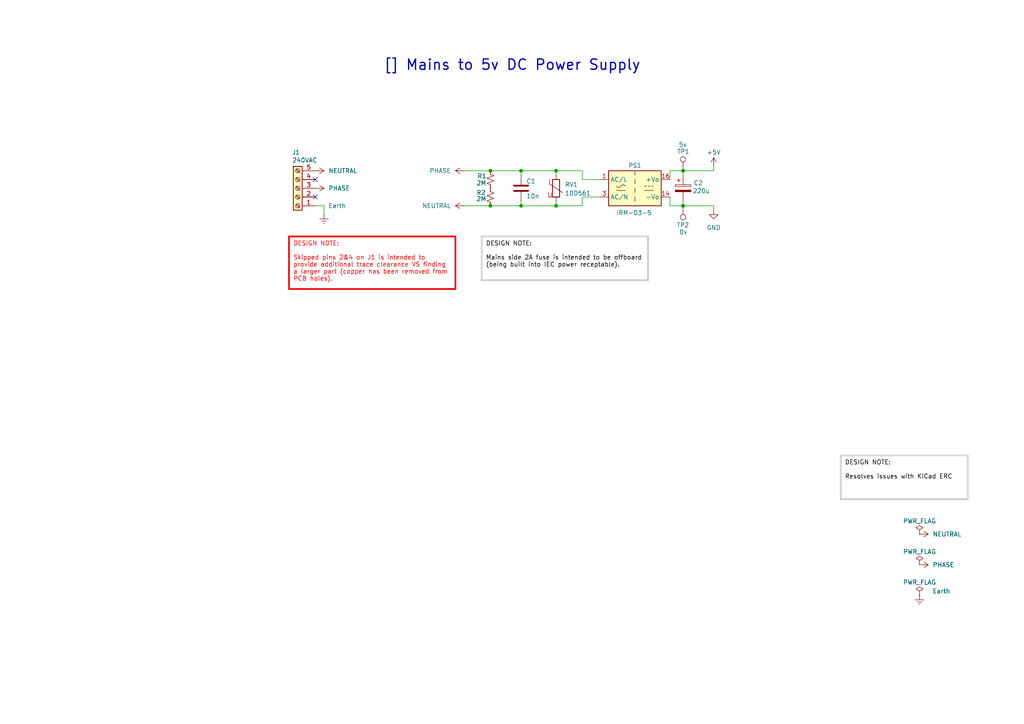
<source format=kicad_sch>
(kicad_sch (version 20231120) (generator "eeschema") (generator_version "8.0")
  (paper "A4")
  (title_block (title "Mains to 5v DC Power Supply") (date "2025-02-19") (rev "1.1") (company "Wattle Labs"))
  (lib_symbols
    (symbol "Connector:Screw_Terminal_01x05" (pin_names (offset 1.016) hide)
      (property "Reference" "J" (at 0 7.62 0))
      (property "Value" "Screw_Terminal_01x05" (at 0 -7.62 0))
      (symbol "Screw_Terminal_01x05_1_1"
        (rectangle (start -1.27 6.35) (end 1.27 -6.35) (stroke (width 0.254)) (fill (type background)))
        (circle (center 0 -5.08) (radius 0.635) (stroke (width 0.1524)))
        (circle (center 0 -2.54) (radius 0.635) (stroke (width 0.1524)))
        (polyline (pts (xy -0.5334 -4.7498) (xy 0.3302 -5.588)) (stroke (width 0.1524)))
        (polyline (pts (xy -0.5334 -2.2098) (xy 0.3302 -3.048)) (stroke (width 0.1524)))
        (polyline (pts (xy -0.5334 0.3302) (xy 0.3302 -0.508)) (stroke (width 0.1524)))
        (polyline (pts (xy -0.5334 2.8702) (xy 0.3302 2.032)) (stroke (width 0.1524)))
        (polyline (pts (xy -0.5334 5.4102) (xy 0.3302 4.572)) (stroke (width 0.1524)))
        (polyline (pts (xy -0.3556 -4.572) (xy 0.508 -5.4102)) (stroke (width 0.1524)))
        (polyline (pts (xy -0.3556 -2.032) (xy 0.508 -2.8702)) (stroke (width 0.1524)))
        (polyline (pts (xy -0.3556 0.508) (xy 0.508 -0.3302)) (stroke (width 0.1524)))
        (polyline (pts (xy -0.3556 3.048) (xy 0.508 2.2098)) (stroke (width 0.1524)))
        (polyline (pts (xy -0.3556 5.588) (xy 0.508 4.7498)) (stroke (width 0.1524)))
        (circle (center 0 0) (radius 0.635) (stroke (width 0.1524)))
        (circle (center 0 2.54) (radius 0.635) (stroke (width 0.1524)))
        (circle (center 0 5.08) (radius 0.635) (stroke (width 0.1524)))
        (pin passive line (at -5.08 5.08 0) (length 3.81) (name "Pin_1") (number "1"))
        (pin passive line (at -5.08 2.54 0) (length 3.81) (name "Pin_2") (number "2"))
        (pin passive line (at -5.08 0 0) (length 3.81) (name "Pin_3") (number "3"))
        (pin passive line (at -5.08 -2.54 0) (length 3.81) (name "Pin_4") (number "4"))
        (pin passive line (at -5.08 -5.08 0) (length 3.81) (name "Pin_5") (number "5"))
      )
    )
    (symbol "Connector:TestPoint" (pin_numbers hide) (pin_names (offset 0.762) hide)
      (property "Reference" "TP" (at 0 6.858 0))
      (property "Value" "TestPoint" (at 0 5.08 0))
      (symbol "TestPoint_0_1"
        (circle (center 0 3.302) (radius 0.762))
      )
      (symbol "TestPoint_1_1"
        (pin passive line (at 0 0 90) (length 2.54) (name "1") (number "1"))
      )
    )
    (symbol "Converter_ACDC:IRM-03-5"
      (property "Reference" "PS" (at 0 6.35 0))
      (property "Value" "IRM-03-5" (at 0 -6.35 0))
      (symbol "IRM-03-5_0_1"
        (rectangle (start -7.62 5.08) (end 7.62 -5.08) (stroke (width 0.254)) (fill (type background)))
        (arc (start -5.334 0.635) (mid -4.699 0.2495) (end -4.064 0.635))
        (arc (start -2.794 0.635) (mid -3.429 1.0072) (end -4.064 0.635))
        (polyline (pts (xy -5.334 -0.635) (xy -2.794 -0.635)))
        (polyline (pts (xy 0 -2.54) (xy 0 -3.81)))
        (polyline (pts (xy 0 0) (xy 0 -1.27)))
        (polyline (pts (xy 0 2.54) (xy 0 1.27)))
        (polyline (pts (xy 0 5.08) (xy 0 3.81)))
        (polyline (pts (xy 2.794 -0.635) (xy 5.334 -0.635)))
        (polyline (pts (xy 2.794 0.635) (xy 3.302 0.635)))
        (polyline (pts (xy 3.81 0.635) (xy 4.318 0.635)))
        (polyline (pts (xy 4.826 0.635) (xy 5.334 0.635)))
      )
      (symbol "IRM-03-5_1_1"
        (pin power_in line (at -10.16 2.54 0) (length 2.54) (name "AC/L") (number "1"))
        (pin power_out line (at 10.16 -2.54 180) (length 2.54) (name "-Vo") (number "14"))
        (pin power_out line (at 10.16 2.54 180) (length 2.54) (name "+Vo") (number "16"))
        (pin power_in line (at -10.16 -2.54 0) (length 2.54) (name "AC/N") (number "3"))
        (pin no_connect line (at -7.62 0 0) (length 2.54) hide (name "NC") (number "5"))
      )
    )
    (symbol "Device:C" (pin_numbers hide) (pin_names (offset 0.254))
      (property "Reference" "C" (at 0.635 2.54 0))
      (property "Value" "C" (at 0.635 -2.54 0))
      (symbol "C_0_1"
        (polyline (pts (xy -2.032 -0.762) (xy 2.032 -0.762)) (stroke (width 0.508)))
        (polyline (pts (xy -2.032 0.762) (xy 2.032 0.762)) (stroke (width 0.508)))
      )
      (symbol "C_1_1"
        (pin passive line (at 0 3.81 270) (length 2.794) (name "~") (number "1"))
        (pin passive line (at 0 -3.81 90) (length 2.794) (name "~") (number "2"))
      )
    )
    (symbol "Device:C_Polarized" (pin_numbers hide) (pin_names (offset 0.254))
      (property "Reference" "C" (at 0.635 2.54 0))
      (property "Value" "C_Polarized" (at 0.635 -2.54 0))
      (symbol "C_Polarized_0_1"
        (rectangle (start -2.286 0.508) (end 2.286 1.016))
        (polyline (pts (xy -1.778 2.286) (xy -0.762 2.286)))
        (polyline (pts (xy -1.27 2.794) (xy -1.27 1.778)))
        (rectangle (start 2.286 -0.508) (end -2.286 -1.016) (fill (type outline)))
      )
      (symbol "C_Polarized_1_1"
        (pin passive line (at 0 3.81 270) (length 2.794) (name "~") (number "1"))
        (pin passive line (at 0 -3.81 90) (length 2.794) (name "~") (number "2"))
      )
    )
    (symbol "Device:R_Small_US" (pin_numbers hide) (pin_names (offset 0.254) hide)
      (property "Reference" "R" (at 0.762 0.508 0))
      (property "Value" "R_Small_US" (at 0.762 -1.016 0))
      (symbol "R_Small_US_1_1"
        (polyline (pts (xy 0 0) (xy 1.016 -0.381) (xy 0 -0.762) (xy -1.016 -1.143) (xy 0 -1.524)))
        (polyline (pts (xy 0 1.524) (xy 1.016 1.143) (xy 0 0.762) (xy -1.016 0.381) (xy 0 0)))
        (pin passive line (at 0 2.54 270) (length 1.016) (name "~") (number "1"))
        (pin passive line (at 0 -2.54 90) (length 1.016) (name "~") (number "2"))
      )
    )
    (symbol "Device:Varistor" (pin_numbers hide) (pin_names (offset 0))
      (property "Reference" "RV" (at 3.175 0 90))
      (property "Value" "Varistor" (at -3.175 0 90))
      (symbol "Varistor_0_0"
        (text "U" (at -1.778 -2.032 0) (effects (font (size 1.27 1.27))))
      )
      (symbol "Varistor_0_1"
        (rectangle (start -1.016 -2.54) (end 1.016 2.54) (stroke (width 0.254)))
        (polyline (pts (xy -1.905 2.54) (xy -1.905 1.27) (xy 1.905 -1.27)))
      )
      (symbol "Varistor_1_1"
        (pin passive line (at 0 3.81 270) (length 1.27) (name "~") (number "1"))
        (pin passive line (at 0 -3.81 90) (length 1.27) (name "~") (number "2"))
      )
    )
    (symbol "power:+5V" (power) (pin_numbers hide) (pin_names (offset 0) hide)
      (property "Value" "+5V" (at 0 3.556 0))
      (symbol "+5V_0_1"
        (polyline (pts (xy -0.762 1.27) (xy 0 2.54)))
        (polyline (pts (xy 0 0) (xy 0 2.54)))
        (polyline (pts (xy 0 2.54) (xy 0.762 1.27)))
      )
      (symbol "+5V_1_1"
        (pin power_in line (at 0 0 90) (length 0) (name "~") (number "1"))
      )
    )
    (symbol "power:Earth" (power) (pin_numbers hide) (pin_names (offset 0) hide)
      (property "Value" "Earth" (at 0 -3.81 0))
      (symbol "Earth_0_1"
        (polyline (pts (xy -0.635 -1.905) (xy 0.635 -1.905)))
        (polyline (pts (xy -0.127 -2.54) (xy 0.127 -2.54)))
        (polyline (pts (xy 0 -1.27) (xy 0 0)))
        (polyline (pts (xy 1.27 -1.27) (xy -1.27 -1.27)))
      )
      (symbol "Earth_1_1"
        (pin power_in line (at 0 0 270) (length 0) (name "~") (number "1"))
      )
    )
    (symbol "power:GND" (power) (pin_numbers hide) (pin_names (offset 0) hide)
      (property "Value" "GND" (at 0 -3.81 0))
      (symbol "GND_0_1"
        (polyline (pts (xy 0 0) (xy 0 -1.27) (xy 1.27 -1.27) (xy 0 -2.54) (xy -1.27 -1.27) (xy 0 -1.27)))
      )
      (symbol "GND_1_1"
        (pin power_in line (at 0 0 270) (length 0) (name "~") (number "1"))
      )
    )
    (symbol "power:LINE" (power) (pin_numbers hide) (pin_names (offset 0) hide)
      (property "Value" "LINE" (at 0 3.556 0))
      (symbol "LINE_0_1"
        (polyline (pts (xy -0.762 1.27) (xy 0 2.54)))
        (polyline (pts (xy 0 0) (xy 0 2.54)))
        (polyline (pts (xy 0 2.54) (xy 0.762 1.27)))
      )
      (symbol "LINE_1_1"
        (pin power_in line (at 0 0 90) (length 0) (name "~") (number "1"))
      )
    )
    (symbol "power:NEUT" (power) (pin_numbers hide) (pin_names (offset 0) hide)
      (property "Value" "NEUT" (at 0 3.556 0))
      (symbol "NEUT_0_1"
        (polyline (pts (xy -0.762 1.27) (xy 0 2.54)))
        (polyline (pts (xy 0 0) (xy 0 2.54)))
        (polyline (pts (xy 0 2.54) (xy 0.762 1.27)))
      )
      (symbol "NEUT_1_1"
        (pin power_in line (at 0 0 90) (length 0) (name "~") (number "1"))
      )
    )
    (symbol "power:PWR_FLAG" (power) (pin_numbers hide) (pin_names (offset 0) hide)
      (property "Value" "PWR_FLAG" (at 0 3.81 0))
      (symbol "PWR_FLAG_0_0"
        (pin power_out line (at 0 0 90) (length 0) (name "~") (number "1"))
      )
      (symbol "PWR_FLAG_0_1"
        (polyline (pts (xy 0 0) (xy 0 1.27) (xy -1.016 1.905) (xy 0 2.54) (xy 1.016 1.905) (xy 0 1.27)))
      )
    )
  )
  (junction (at 151.13 49.53))
  (junction (at 161.29 59.69))
  (junction (at 198.12 49.53))
  (junction (at 142.24 59.69))
  (junction (at 151.13 59.69))
  (junction (at 161.29 49.53))
  (junction (at 198.12 59.69))
  (junction (at 142.24 49.53))
  (no_connect (at 91.44 52.07))
  (no_connect (at 91.44 57.15))
  (wire (pts (xy 91.44 59.69) (xy 93.98 59.69)))
  (wire (pts (xy 198.12 59.69) (xy 207.01 59.69)))
  (wire (pts (xy 93.98 59.69) (xy 93.98 62.23)))
  (wire (pts (xy 134.62 49.53) (xy 142.24 49.53)))
  (wire (pts (xy 194.31 49.53) (xy 198.12 49.53)))
  (wire (pts (xy 168.91 52.07) (xy 168.91 49.53)))
  (wire (pts (xy 151.13 49.53) (xy 151.13 50.8)))
  (wire (pts (xy 168.91 49.53) (xy 161.29 49.53)))
  (wire (pts (xy 151.13 58.42) (xy 151.13 59.69)))
  (wire (pts (xy 194.31 52.07) (xy 194.31 49.53)))
  (wire (pts (xy 151.13 59.69) (xy 161.29 59.69)))
  (wire (pts (xy 168.91 57.15) (xy 168.91 59.69)))
  (wire (pts (xy 161.29 49.53) (xy 161.29 50.8)))
  (wire (pts (xy 161.29 58.42) (xy 161.29 59.69)))
  (wire (pts (xy 198.12 49.53) (xy 207.01 49.53)))
  (wire (pts (xy 194.31 57.15) (xy 194.31 59.69)))
  (wire (pts (xy 134.62 59.69) (xy 142.24 59.69)))
  (wire (pts (xy 194.31 59.69) (xy 198.12 59.69)))
  (wire (pts (xy 151.13 49.53) (xy 161.29 49.53)))
  (wire (pts (xy 207.01 49.53) (xy 207.01 48.26)))
  (wire (pts (xy 173.99 52.07) (xy 168.91 52.07)))
  (wire (pts (xy 173.99 57.15) (xy 168.91 57.15)))
  (wire (pts (xy 198.12 49.53) (xy 198.12 50.8)))
  (wire (pts (xy 161.29 59.69) (xy 168.91 59.69)))
  (wire (pts (xy 207.01 59.69) (xy 207.01 60.96)))
  (wire (pts (xy 142.24 49.53) (xy 151.13 49.53)))
  (wire (pts (xy 198.12 58.42) (xy 198.12 59.69)))
  (wire (pts (xy 142.24 59.69) (xy 151.13 59.69)))
  (text_box "DESIGN NOTE:\n\nSkipped pins 2&4 on J1 is intended to provide additional trace clearance VS finding a larger part (copper has been removed from PCB holes)." (at 83.82 68.58 0) (size 48.26 15.24) (stroke (width 0.5) (color 255 0 0 1)) (effects (font (size 1.27 1.27) (thickness 0.1588)) (justify left top)))
  (text_box "DESIGN NOTE:\n\nMains side 2A fuse is intended to be offboard (being built into IEC power receptable)." (at 139.7 68.58 0) (size 48.26 12.7) (stroke (width 0.5) (color 200 200 200 1)) (effects (font (size 1.27 1.27)) (justify left top)))
  (text_box "[${#}] ${TITLE}" (at 12.065 12.065 0) (size 273.05 13.335) (stroke (width -0.0001)) (effects (font (size 3 3) (thickness 0.375))))
  (text_box "DESIGN NOTE:\n\nResolves issues with KiCad ERC" (at 243.84 132.08 0) (size 36.83 12.7) (stroke (width 0.5) (color 200 200 200 1)) (effects (font (size 1.27 1.27)) (justify left top)))
  (symbol (lib_id "Connector:TestPoint") (at 198.12 59.69 180) (unit 1) (in_bom no)
    (property "Reference" "TP2" (at 199.898 65.278 0) (effects (justify left)))
    (property "Value" "0v" (at 199.39 67.31 0) (effects (justify left)))
    (property "Footprint" "TestPoint:TestPoint_Pad_D1.0mm" (effects (hide yes)))
  )
  (symbol (lib_id "Converter_ACDC:IRM-03-5") (at 184.15 54.61 0) (unit 1)
    (property "Reference" "PS1" (at 184.15 48.006 0))
    (property "Value" "IRM-03-5" (at 183.896 61.722 0))
    (property "Footprint" "Converter_ACDC:Converter_ACDC_MeanWell_IRM-03-xx_THT" (effects (hide yes)))
    (property "Datasheet" "https://www.meanwell.com/Upload/PDF/IRM-03/IRM-03-SPEC.PDF" (effects (hide yes)))
    (property "Description" "5V, 600mA, 3W, Isolated, AC-DC, IRM03" (effects (hide yes)))
    (property "Digikey_PN" "1866-3020-ND" (effects (hide yes)))
  )
  (symbol (lib_id "power:LINE") (at 91.44 54.61 270) (unit 1)
    (property "Reference" "#PWR201" (effects (hide yes)))
    (property "Value" "PHASE" (at 95.25 54.6099 90) (effects (justify left)))
    (property "Description" "Power symbol creates a global label with name \"LINE\"" (effects (hide yes)))
  )
  (symbol (lib_id "power:NEUT") (at 266.7 154.94 270) (unit 1)
    (property "Reference" "#PWR206" (effects (hide yes)))
    (property "Value" "NEUTRAL" (at 270.51 154.9399 90) (effects (justify left)))
    (property "Description" "Power symbol creates a global label with name \"NEUT\"" (effects (hide yes)))
  )
  (symbol (lib_id "Device:R_Small_US") (at 142.24 52.07 0) (unit 1)
    (property "Reference" "R1" (at 138.43 51.054 0) (effects (justify left)))
    (property "Value" "2M" (at 138.176 53.086 0) (effects (justify left)))
    (property "Footprint" "Resistor_SMD:R_2010_5025Metric_Pad1.40x2.65mm_HandSolder" (effects (hide yes)))
    (property "Description" "Resistor, small US symbol" (effects (hide yes)))
    (property "Supplier" "https://www.digikey.co.nz/en/products/detail/koa-speer-electronics-inc/HV732HTTE2004F/10134473" (effects (hide yes)))
    (property "Digikey_PN" "2019-HV732HTTE2004FCT-ND" (effects (hide yes)))
  )
  (symbol (lib_id "Device:C_Polarized") (at 198.12 54.61 0) (unit 1)
    (property "Reference" "C2" (at 201.168 53.086 0) (effects (justify left)))
    (property "Value" "220u" (at 200.914 55.372 0) (effects (justify left)))
    (property "Footprint" "Capacitor_THT:CP_Radial_D6.3mm_P2.50mm" (effects (hide yes)))
    (property "Description" "Polarized capacitor" (effects (hide yes)))
  )
  (symbol (lib_id "power:NEUT") (at 134.62 59.69 90) (unit 1)
    (property "Reference" "#PWR205" (effects (hide yes)))
    (property "Value" "NEUTRAL" (at 130.81 59.6899 90) (effects (justify left)))
    (property "Description" "Power symbol creates a global label with name \"NEUT\"" (effects (hide yes)))
  )
  (symbol (lib_id "Device:R_Small_US") (at 142.24 57.15 0) (unit 1)
    (property "Reference" "R2" (at 138.176 55.88 0) (effects (justify left)))
    (property "Value" "2M" (at 138.176 57.658 0) (effects (justify left)))
    (property "Footprint" "Resistor_SMD:R_2010_5025Metric_Pad1.40x2.65mm_HandSolder" (effects (hide yes)))
    (property "Description" "Resistor, small US symbol" (effects (hide yes)))
    (property "Digikey_PN" "2019-HV732HTTE2004FCT-ND" (effects (hide yes)))
  )
  (symbol (lib_id "power:+5V") (at 207.01 48.26 0) (unit 1)
    (property "Reference" "#PWR022" (effects (hide yes)))
    (property "Value" "+5V" (at 207.01 44.196 0))
    (property "Description" "Power symbol creates a global label with name \"+5V\"" (effects (hide yes)))
  )
  (symbol (lib_id "Connector:TestPoint") (at 198.12 49.53 0) (unit 1) (in_bom no)
    (property "Reference" "TP1" (at 196.342 43.942 0) (effects (justify left)))
    (property "Value" "5v" (at 196.85 41.91 0) (effects (justify left)))
    (property "Footprint" "TestPoint:TestPoint_Pad_D1.0mm" (effects (hide yes)))
  )
  (symbol (lib_id "power:LINE") (at 266.7 163.83 270) (unit 1)
    (property "Reference" "#PWR207" (effects (hide yes)))
    (property "Value" "PHASE" (at 270.51 163.8299 90) (effects (justify left)))
    (property "Description" "Power symbol creates a global label with name \"LINE\"" (effects (hide yes)))
  )
  (symbol (lib_id "power:Earth") (at 93.98 62.23 0) (unit 1)
    (property "Reference" "#PWR203" (effects (hide yes)))
    (property "Value" "Earth" (at 97.79 59.69 0))
    (property "Description" "Power symbol creates a global label with name \"Earth\"" (effects (hide yes)))
  )
  (symbol (lib_id "power:PWR_FLAG") (at 266.7 172.72 0) (unit 1)
    (property "Reference" "#FLG203" (effects (hide yes)))
    (property "Value" "PWR_FLAG" (at 266.7 168.91 0))
    (property "Description" "Special symbol for telling ERC where power comes from" (effects (hide yes)))
  )
  (symbol (lib_id "power:LINE") (at 134.62 49.53 90) (unit 1)
    (property "Reference" "#PWR204" (effects (hide yes)))
    (property "Value" "PHASE" (at 130.81 49.5299 90) (effects (justify left)))
    (property "Description" "Power symbol creates a global label with name \"LINE\"" (effects (hide yes)))
  )
  (symbol (lib_id "power:PWR_FLAG") (at 266.7 163.83 0) (unit 1)
    (property "Reference" "#FLG202" (effects (hide yes)))
    (property "Value" "PWR_FLAG" (at 266.7 160.02 0))
    (property "Description" "Special symbol for telling ERC where power comes from" (effects (hide yes)))
  )
  (symbol (lib_id "power:Earth") (at 266.7 172.72 0) (unit 1)
    (property "Reference" "#PWR208" (effects (hide yes)))
    (property "Value" "Earth" (at 273.05 171.45 0))
    (property "Description" "Power symbol creates a global label with name \"Earth\"" (effects (hide yes)))
  )
  (symbol (lib_id "power:PWR_FLAG") (at 266.7 154.94 0) (unit 1)
    (property "Reference" "#FLG201" (effects (hide yes)))
    (property "Value" "PWR_FLAG" (at 266.7 151.13 0))
    (property "Description" "Special symbol for telling ERC where power comes from" (effects (hide yes)))
  )
  (symbol (lib_id "Device:C") (at 151.13 54.61 0) (unit 1)
    (property "Reference" "C1" (at 152.654 52.578 0) (effects (justify left)))
    (property "Value" "10n" (at 152.654 56.896 0) (effects (justify left)))
    (property "Footprint" "Capacitor_THT:C_Rect_L18.0mm_W5.0mm_P15.00mm_FKS3_FKP3" (effects (hide yes)))
    (property "Description" "EMI noise supression" (effects (hide yes)))
    (property "Supplier" "https://www.digikey.co.nz/en/products/detail/vishay-beyschlag-draloric-bc-components/BFC233841103/5386345" (effects (hide yes)))
  )
  (symbol (lib_id "Device:Varistor") (at 161.29 54.61 0) (unit 1)
    (property "Reference" "RV1" (at 163.83 53.5332 0) (effects (justify left)))
    (property "Value" "10D561" (at 163.83 56.0732 0) (effects (justify left)))
    (property "Footprint" "Varistor:RV_Disc_D12mm_W6.1mm_P7.5mm" (effects (hide yes)))
    (property "Description" "Voltage dependent resistor" (effects (hide yes)))
    (property "Sim.Name" "kicad_builtin_varistor" (effects (hide yes)))
    (property "Sim.Device" "SUBCKT" (effects (hide yes)))
    (property "Sim.Pins" "1=A 2=B" (effects (hide yes)))
    (property "Sim.Params" "threshold=1k" (effects (hide yes)))
    (property "Sim.Library" "${KICAD7_SYMBOL_DIR}/Simulation_SPICE.sp" (effects (hide yes)))
    (property "Supplier" "https://www.digikey.co.nz/en/products/detail/bourns-inc/MOV-10D561K/2407569" (effects (hide yes)))
    (property "Digikey_PN" "118-MOV-10D561K-ND" (effects (hide yes)))
  )
  (symbol (lib_id "power:NEUT") (at 91.44 49.53 270) (unit 1)
    (property "Reference" "#PWR202" (effects (hide yes)))
    (property "Value" "NEUTRAL" (at 95.25 49.5299 90) (effects (justify left)))
    (property "Description" "Power symbol creates a global label with name \"NEUT\"" (effects (hide yes)))
  )
  (symbol (lib_id "Connector:Screw_Terminal_01x05") (at 86.36 54.61 180) (unit 1)
    (property "Reference" "J1" (at 85.852 44.196 0))
    (property "Value" "240VAC" (at 88.392 46.482 0))
    (property "Footprint" "TerminalBlock_Altech:Altech_AK100_1x05_P5.00mm" (effects (hide yes)))
    (property "Description" "Generic screw terminal, single row, 01x05, script generated (kicad-library-utils/schlib/autogen/connector/)" (effects (hide yes)))
  )
  (symbol (lib_id "power:GND") (at 207.01 60.96 0) (unit 1)
    (property "Reference" "#PWR023" (effects (hide yes)))
    (property "Value" "GND" (at 207.01 66.04 0))
    (property "Description" "Power symbol creates a global label with name \"GND\" , ground" (effects (hide yes)))
  )
)
</source>
